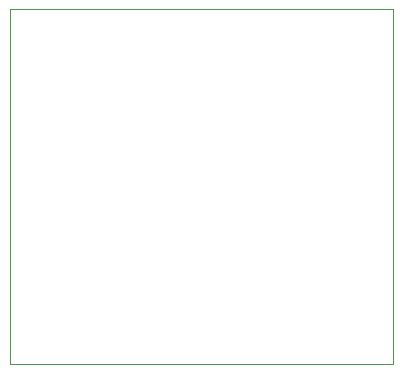
<source format=gbr>
%TF.GenerationSoftware,KiCad,Pcbnew,(6.0.8)*%
%TF.CreationDate,2023-01-21T17:58:08-05:00*%
%TF.ProjectId,Blinky 5.0,426c696e-6b79-4203-952e-302e6b696361,rev?*%
%TF.SameCoordinates,Original*%
%TF.FileFunction,Profile,NP*%
%FSLAX46Y46*%
G04 Gerber Fmt 4.6, Leading zero omitted, Abs format (unit mm)*
G04 Created by KiCad (PCBNEW (6.0.8)) date 2023-01-21 17:58:08*
%MOMM*%
%LPD*%
G01*
G04 APERTURE LIST*
%TA.AperFunction,Profile*%
%ADD10C,0.100000*%
%TD*%
G04 APERTURE END LIST*
D10*
X130800000Y-82000000D02*
X163200000Y-82000000D01*
X163200000Y-82000000D02*
X163200000Y-112000000D01*
X163200000Y-112000000D02*
X130800000Y-112000000D01*
X130800000Y-112000000D02*
X130800000Y-82000000D01*
M02*

</source>
